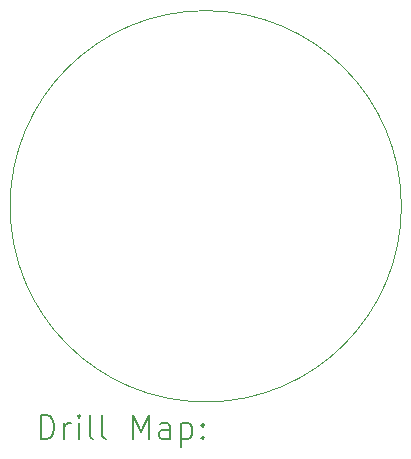
<source format=gbr>
%TF.GenerationSoftware,KiCad,Pcbnew,8.0.3*%
%TF.CreationDate,2024-11-14T20:06:35-08:00*%
%TF.ProjectId,SpeakerR,53706561-6b65-4725-922e-6b696361645f,rev?*%
%TF.SameCoordinates,Original*%
%TF.FileFunction,Drillmap*%
%TF.FilePolarity,Positive*%
%FSLAX45Y45*%
G04 Gerber Fmt 4.5, Leading zero omitted, Abs format (unit mm)*
G04 Created by KiCad (PCBNEW 8.0.3) date 2024-11-14 20:06:35*
%MOMM*%
%LPD*%
G01*
G04 APERTURE LIST*
%ADD10C,0.050000*%
%ADD11C,0.200000*%
G04 APERTURE END LIST*
D10*
X13378509Y-10033000D02*
G75*
G02*
X10065691Y-10033000I-1656409J0D01*
G01*
X10065691Y-10033000D02*
G75*
G02*
X13378509Y-10033000I1656409J0D01*
G01*
D11*
X10323968Y-12003393D02*
X10323968Y-11803393D01*
X10323968Y-11803393D02*
X10371587Y-11803393D01*
X10371587Y-11803393D02*
X10400158Y-11812917D01*
X10400158Y-11812917D02*
X10419206Y-11831964D01*
X10419206Y-11831964D02*
X10428730Y-11851012D01*
X10428730Y-11851012D02*
X10438253Y-11889107D01*
X10438253Y-11889107D02*
X10438253Y-11917679D01*
X10438253Y-11917679D02*
X10428730Y-11955774D01*
X10428730Y-11955774D02*
X10419206Y-11974821D01*
X10419206Y-11974821D02*
X10400158Y-11993869D01*
X10400158Y-11993869D02*
X10371587Y-12003393D01*
X10371587Y-12003393D02*
X10323968Y-12003393D01*
X10523968Y-12003393D02*
X10523968Y-11870060D01*
X10523968Y-11908155D02*
X10533491Y-11889107D01*
X10533491Y-11889107D02*
X10543015Y-11879583D01*
X10543015Y-11879583D02*
X10562063Y-11870060D01*
X10562063Y-11870060D02*
X10581111Y-11870060D01*
X10647777Y-12003393D02*
X10647777Y-11870060D01*
X10647777Y-11803393D02*
X10638253Y-11812917D01*
X10638253Y-11812917D02*
X10647777Y-11822441D01*
X10647777Y-11822441D02*
X10657301Y-11812917D01*
X10657301Y-11812917D02*
X10647777Y-11803393D01*
X10647777Y-11803393D02*
X10647777Y-11822441D01*
X10771587Y-12003393D02*
X10752539Y-11993869D01*
X10752539Y-11993869D02*
X10743015Y-11974821D01*
X10743015Y-11974821D02*
X10743015Y-11803393D01*
X10876349Y-12003393D02*
X10857301Y-11993869D01*
X10857301Y-11993869D02*
X10847777Y-11974821D01*
X10847777Y-11974821D02*
X10847777Y-11803393D01*
X11104920Y-12003393D02*
X11104920Y-11803393D01*
X11104920Y-11803393D02*
X11171587Y-11946250D01*
X11171587Y-11946250D02*
X11238253Y-11803393D01*
X11238253Y-11803393D02*
X11238253Y-12003393D01*
X11419206Y-12003393D02*
X11419206Y-11898631D01*
X11419206Y-11898631D02*
X11409682Y-11879583D01*
X11409682Y-11879583D02*
X11390634Y-11870060D01*
X11390634Y-11870060D02*
X11352539Y-11870060D01*
X11352539Y-11870060D02*
X11333491Y-11879583D01*
X11419206Y-11993869D02*
X11400158Y-12003393D01*
X11400158Y-12003393D02*
X11352539Y-12003393D01*
X11352539Y-12003393D02*
X11333491Y-11993869D01*
X11333491Y-11993869D02*
X11323968Y-11974821D01*
X11323968Y-11974821D02*
X11323968Y-11955774D01*
X11323968Y-11955774D02*
X11333491Y-11936726D01*
X11333491Y-11936726D02*
X11352539Y-11927202D01*
X11352539Y-11927202D02*
X11400158Y-11927202D01*
X11400158Y-11927202D02*
X11419206Y-11917679D01*
X11514444Y-11870060D02*
X11514444Y-12070060D01*
X11514444Y-11879583D02*
X11533491Y-11870060D01*
X11533491Y-11870060D02*
X11571587Y-11870060D01*
X11571587Y-11870060D02*
X11590634Y-11879583D01*
X11590634Y-11879583D02*
X11600158Y-11889107D01*
X11600158Y-11889107D02*
X11609682Y-11908155D01*
X11609682Y-11908155D02*
X11609682Y-11965298D01*
X11609682Y-11965298D02*
X11600158Y-11984345D01*
X11600158Y-11984345D02*
X11590634Y-11993869D01*
X11590634Y-11993869D02*
X11571587Y-12003393D01*
X11571587Y-12003393D02*
X11533491Y-12003393D01*
X11533491Y-12003393D02*
X11514444Y-11993869D01*
X11695396Y-11984345D02*
X11704920Y-11993869D01*
X11704920Y-11993869D02*
X11695396Y-12003393D01*
X11695396Y-12003393D02*
X11685872Y-11993869D01*
X11685872Y-11993869D02*
X11695396Y-11984345D01*
X11695396Y-11984345D02*
X11695396Y-12003393D01*
X11695396Y-11879583D02*
X11704920Y-11889107D01*
X11704920Y-11889107D02*
X11695396Y-11898631D01*
X11695396Y-11898631D02*
X11685872Y-11889107D01*
X11685872Y-11889107D02*
X11695396Y-11879583D01*
X11695396Y-11879583D02*
X11695396Y-11898631D01*
M02*

</source>
